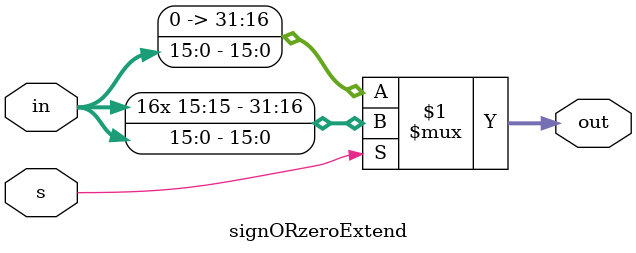
<source format=v>
`timescale 1ns / 1ps
module signORzeroExtend(in,s,out);
	input wire s;
	input wire [15:0] in;
	output wire [31:0] out;
	
	assign out = s ? {{16{in[15]}},in} : {{16{1'b0}},in};

endmodule

</source>
